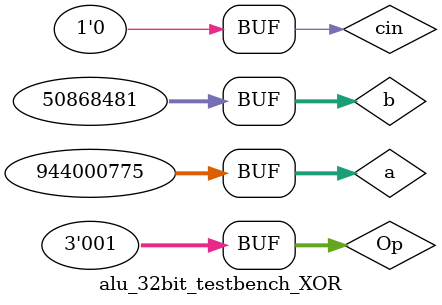
<source format=v>
`define DELAY 20
module alu_32bit_testbench_XOR();

reg [31:0] a;
reg [31:0] b;
reg cin;
reg [2:0] Op;

wire [31:0] R;
wire cout, V, S;

/*
module alu_32bit(a, b, Aluop, cin, cout, R, S, V);
input [2:0] Aluop;
input [31:0] a;
input [31:0] b;
output [31:0] R;
input cin;
output cout ,S, V;
*/

alu_32bit myALU(a, b, Op, cin, cout, R, S, V);


initial begin


a = 32'b10101010101010101010101010101010; 
b = 32'b11010101010101010101010101010100; 
cin = 1'b0;
Op = 3'b001;
#`DELAY;

a = 32'b01010101010101010100000000000000; 
b = 32'b00000000101111111110101010101010; 
cin = 1'b0;
Op = 3'b001;
#`DELAY;

a = 32'b01010101010101010100001111000000; 
b = 32'b00000000101000000110101010101010; 
cin = 1'b0;
Op = 3'b001;
#`DELAY;

a = 32'b00001110000001010100001111000000; 
b = 32'b01001000101000000110000000101010; 
cin = 1'b0;
Op = 3'b001;
#`DELAY;

a = 32'b00000000010110000100011000001011; 
b = 32'b00000100000000000110001000000101; 
cin = 1'b0;
Op = 3'b001;
#`DELAY;

a = 32'b00111000010001000100111100000111; 
b = 32'b00000011000010000011000100000001; 
cin = 1'b0;
Op = 3'b001;
#`DELAY;

end


initial begin

$monitor("time = %2d, \na=%32b,\nb=%32b, \nR=%32b,\n cin =%1b, cout=%1b, Op%3b V=%1b S=%1b", $time, a, b, R, cin, cout, Op, V, S);

end


endmodule


</source>
